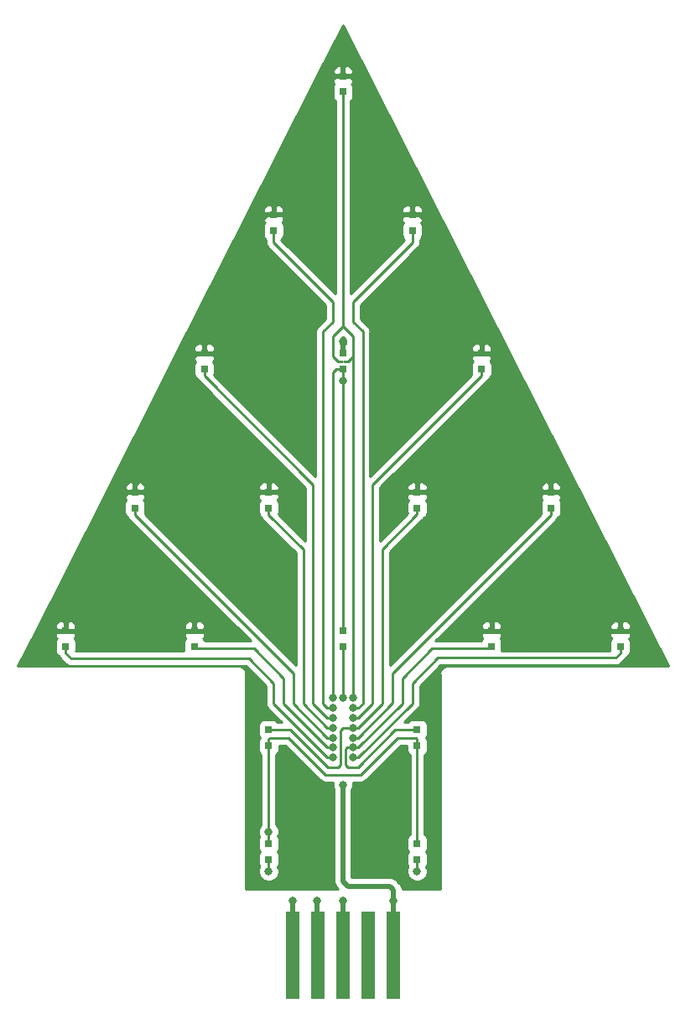
<source format=gtl>
G04 #@! TF.GenerationSoftware,KiCad,Pcbnew,(5.0.2)-1*
G04 #@! TF.CreationDate,2020-04-04T16:43:38+09:00*
G04 #@! TF.ProjectId,Tree,54726565-2e6b-4696-9361-645f70636258,rev?*
G04 #@! TF.SameCoordinates,Original*
G04 #@! TF.FileFunction,Copper,L1,Top*
G04 #@! TF.FilePolarity,Positive*
%FSLAX46Y46*%
G04 Gerber Fmt 4.6, Leading zero omitted, Abs format (unit mm)*
G04 Created by KiCad (PCBNEW (5.0.2)-1) date 2020/04/04 16:43:38*
%MOMM*%
%LPD*%
G01*
G04 APERTURE LIST*
G04 #@! TA.AperFunction,ConnectorPad*
%ADD10R,1.470000X8.890000*%
G04 #@! TD*
G04 #@! TA.AperFunction,SMDPad,CuDef*
%ADD11R,0.800000X0.800000*%
G04 #@! TD*
G04 #@! TA.AperFunction,ViaPad*
%ADD12C,0.800000*%
G04 #@! TD*
G04 #@! TA.AperFunction,Conductor*
%ADD13C,0.500000*%
G04 #@! TD*
G04 #@! TA.AperFunction,Conductor*
%ADD14C,0.250000*%
G04 #@! TD*
G04 #@! TA.AperFunction,Conductor*
%ADD15C,0.254000*%
G04 #@! TD*
G04 APERTURE END LIST*
D10*
G04 #@! TO.P,J1,1*
G04 #@! TO.N,+5V*
X124920000Y-150500000D03*
G04 #@! TO.P,J1,2*
G04 #@! TO.N,SDA*
X127460000Y-150500000D03*
G04 #@! TO.P,J1,3*
G04 #@! TO.N,SCL*
X130000000Y-150500000D03*
G04 #@! TO.P,J1,4*
G04 #@! TO.N,Net-(J1-Pad4)*
X132540000Y-150500000D03*
G04 #@! TO.P,J1,5*
G04 #@! TO.N,GND*
X135080000Y-150500000D03*
G04 #@! TD*
D11*
G04 #@! TO.P,D2,1*
G04 #@! TO.N,Net-(D1-Pad1)*
X145000000Y-117700001D03*
G04 #@! TO.P,D2,2*
G04 #@! TO.N,Net-(D17-Pad2)*
X145000000Y-119299999D03*
G04 #@! TD*
G04 #@! TO.P,D1,2*
G04 #@! TO.N,Net-(D1-Pad2)*
X158000000Y-119300000D03*
G04 #@! TO.P,D1,1*
G04 #@! TO.N,Net-(D1-Pad1)*
X158000000Y-117700000D03*
G04 #@! TD*
G04 #@! TO.P,D3,2*
G04 #@! TO.N,Net-(D18-Pad2)*
X151000000Y-105299999D03*
G04 #@! TO.P,D3,1*
G04 #@! TO.N,Net-(D1-Pad1)*
X151000000Y-103700001D03*
G04 #@! TD*
G04 #@! TO.P,D4,1*
G04 #@! TO.N,Net-(D1-Pad1)*
X137500000Y-103700000D03*
G04 #@! TO.P,D4,2*
G04 #@! TO.N,Net-(D19-Pad2)*
X137500000Y-105300000D03*
G04 #@! TD*
G04 #@! TO.P,D5,2*
G04 #@! TO.N,Net-(D5-Pad2)*
X144000000Y-91300000D03*
G04 #@! TO.P,D5,1*
G04 #@! TO.N,Net-(D1-Pad1)*
X144000000Y-89700000D03*
G04 #@! TD*
G04 #@! TO.P,D8,2*
G04 #@! TO.N,Net-(D8-Pad2)*
X130000000Y-119300000D03*
G04 #@! TO.P,D8,1*
G04 #@! TO.N,Net-(D1-Pad1)*
X130000000Y-117700000D03*
G04 #@! TD*
G04 #@! TO.P,D9,2*
G04 #@! TO.N,Net-(D9-Pad2)*
X130000000Y-91299999D03*
G04 #@! TO.P,D9,1*
G04 #@! TO.N,Net-(D1-Pad1)*
X130000000Y-89700001D03*
G04 #@! TD*
G04 #@! TO.P,D11,1*
G04 #@! TO.N,Net-(D1-Pad1)*
X116000000Y-89700000D03*
G04 #@! TO.P,D11,2*
G04 #@! TO.N,Net-(D11-Pad2)*
X116000000Y-91300000D03*
G04 #@! TD*
G04 #@! TO.P,D6,1*
G04 #@! TO.N,Net-(D1-Pad1)*
X137000000Y-75700000D03*
G04 #@! TO.P,D6,2*
G04 #@! TO.N,Net-(D6-Pad2)*
X137000000Y-77300000D03*
G04 #@! TD*
G04 #@! TO.P,D13,1*
G04 #@! TO.N,Net-(D1-Pad1)*
X109000000Y-103700000D03*
G04 #@! TO.P,D13,2*
G04 #@! TO.N,Net-(D13-Pad2)*
X109000000Y-105300000D03*
G04 #@! TD*
G04 #@! TO.P,D14,1*
G04 #@! TO.N,Net-(D1-Pad1)*
X115000000Y-117700000D03*
G04 #@! TO.P,D14,2*
G04 #@! TO.N,Net-(D14-Pad2)*
X115000000Y-119300000D03*
G04 #@! TD*
G04 #@! TO.P,D15,2*
G04 #@! TO.N,Net-(D15-Pad2)*
X102000000Y-119300000D03*
G04 #@! TO.P,D15,1*
G04 #@! TO.N,Net-(D1-Pad1)*
X102000000Y-117700000D03*
G04 #@! TD*
G04 #@! TO.P,D16,2*
G04 #@! TO.N,Net-(D1-Pad2)*
X137500000Y-140800000D03*
G04 #@! TO.P,D16,1*
G04 #@! TO.N,Net-(D16-Pad1)*
X137500000Y-139200000D03*
G04 #@! TD*
G04 #@! TO.P,D17,2*
G04 #@! TO.N,Net-(D17-Pad2)*
X137500000Y-127700000D03*
G04 #@! TO.P,D17,1*
G04 #@! TO.N,Net-(D16-Pad1)*
X137500000Y-129300000D03*
G04 #@! TD*
G04 #@! TO.P,D18,1*
G04 #@! TO.N,Net-(D16-Pad1)*
X122500000Y-139200000D03*
G04 #@! TO.P,D18,2*
G04 #@! TO.N,Net-(D18-Pad2)*
X122500000Y-140800000D03*
G04 #@! TD*
G04 #@! TO.P,D19,2*
G04 #@! TO.N,Net-(D19-Pad2)*
X122500000Y-127700000D03*
G04 #@! TO.P,D19,1*
G04 #@! TO.N,Net-(D16-Pad1)*
X122500000Y-129300000D03*
G04 #@! TD*
G04 #@! TO.P,D12,1*
G04 #@! TO.N,Net-(D1-Pad1)*
X122500000Y-103700000D03*
G04 #@! TO.P,D12,2*
G04 #@! TO.N,Net-(D12-Pad2)*
X122500000Y-105300000D03*
G04 #@! TD*
G04 #@! TO.P,D7,1*
G04 #@! TO.N,Net-(D1-Pad1)*
X130000000Y-61700000D03*
G04 #@! TO.P,D7,2*
G04 #@! TO.N,Net-(D7-Pad2)*
X130000000Y-63300000D03*
G04 #@! TD*
G04 #@! TO.P,D10,1*
G04 #@! TO.N,Net-(D1-Pad1)*
X123000000Y-75700000D03*
G04 #@! TO.P,D10,2*
G04 #@! TO.N,Net-(D10-Pad2)*
X123000000Y-77300000D03*
G04 #@! TD*
D12*
G04 #@! TO.N,+5V*
X124900000Y-145000000D03*
G04 #@! TO.N,GND*
X135100000Y-145000000D03*
X130000000Y-133250000D03*
G04 #@! TO.N,Net-(D1-Pad1)*
X122500000Y-102500000D03*
X137500000Y-102500000D03*
X130000000Y-92500000D03*
X130000000Y-60500000D03*
X130000000Y-88500000D03*
X125000000Y-120500000D03*
G04 #@! TO.N,Net-(D1-Pad2)*
X131000000Y-130500000D03*
X137500000Y-142000000D03*
G04 #@! TO.N,Net-(D5-Pad2)*
X131000000Y-126500000D03*
G04 #@! TO.N,Net-(D6-Pad2)*
X131000000Y-125500000D03*
G04 #@! TO.N,Net-(D7-Pad2)*
X131000000Y-124500000D03*
G04 #@! TO.N,Net-(D8-Pad2)*
X130000000Y-124500000D03*
G04 #@! TO.N,Net-(D9-Pad2)*
X129000000Y-124500000D03*
G04 #@! TO.N,Net-(D10-Pad2)*
X129000000Y-125500000D03*
G04 #@! TO.N,Net-(D11-Pad2)*
X129000000Y-126500000D03*
G04 #@! TO.N,SCL*
X130000000Y-145000000D03*
G04 #@! TO.N,SDA*
X127400000Y-145000000D03*
G04 #@! TO.N,Net-(D17-Pad2)*
X131000000Y-129500000D03*
G04 #@! TO.N,Net-(D18-Pad2)*
X131000000Y-128500000D03*
X122500000Y-142000000D03*
G04 #@! TO.N,Net-(D19-Pad2)*
X131000000Y-127500000D03*
G04 #@! TO.N,Net-(D12-Pad2)*
X129000000Y-127500000D03*
G04 #@! TO.N,Net-(D13-Pad2)*
X129000000Y-128500000D03*
G04 #@! TO.N,Net-(D14-Pad2)*
X129000000Y-129500000D03*
G04 #@! TO.N,Net-(D15-Pad2)*
X129000000Y-130500000D03*
G04 #@! TO.N,Net-(D16-Pad1)*
X122500000Y-138000000D03*
G04 #@! TD*
D13*
G04 #@! TO.N,+5V*
X124920000Y-150500000D02*
X124920000Y-145020000D01*
X124920000Y-145020000D02*
X124900000Y-145000000D01*
G04 #@! TO.N,GND*
X135080000Y-150500000D02*
X135080000Y-145020000D01*
X135080000Y-145020000D02*
X135100000Y-145000000D01*
X135100000Y-143850000D02*
X135100000Y-145000000D01*
X130000000Y-138000000D02*
X130000000Y-143000000D01*
X130000000Y-138000000D02*
X130000000Y-133250000D01*
X130000000Y-143000000D02*
X130500000Y-143500000D01*
X134750000Y-143500000D02*
X135100000Y-143850000D01*
X130500000Y-143500000D02*
X134750000Y-143500000D01*
D14*
G04 #@! TO.N,Net-(D1-Pad1)*
X122500000Y-102500000D02*
X122500000Y-103700000D01*
X137500000Y-102500000D02*
X137500000Y-103700000D01*
X130000000Y-61700000D02*
X130000000Y-60500000D01*
X130000000Y-89700001D02*
X130000000Y-88500000D01*
X130000000Y-117650000D02*
X130000000Y-91650000D01*
X145650001Y-117700000D02*
X158000000Y-117700000D01*
X145000000Y-117700001D02*
X145650001Y-117700000D01*
X102000000Y-117700000D02*
X115000000Y-117700000D01*
X123800000Y-75700000D02*
X123000000Y-75700000D01*
X127500000Y-72000000D02*
X123800000Y-75700000D01*
X127500000Y-63550000D02*
X127500000Y-72000000D01*
X130000000Y-61700000D02*
X129350000Y-61700000D01*
X129350000Y-61700000D02*
X127500000Y-63550000D01*
X136200000Y-75700000D02*
X137000000Y-75700000D01*
X132500000Y-72000000D02*
X136200000Y-75700000D01*
X132500000Y-63550000D02*
X132500000Y-72000000D01*
X130000000Y-61700000D02*
X130650000Y-61700000D01*
X130650000Y-61700000D02*
X132500000Y-63550000D01*
X122350000Y-75700000D02*
X123000000Y-75700000D01*
X120000000Y-78050000D02*
X122350000Y-75700000D01*
X120000000Y-86500000D02*
X120000000Y-78050000D01*
X116000000Y-89700000D02*
X116800000Y-89700000D01*
X116800000Y-89700000D02*
X120000000Y-86500000D01*
X137650000Y-75700000D02*
X137000000Y-75700000D01*
X140000000Y-78050000D02*
X137650000Y-75700000D01*
X140000000Y-86500000D02*
X140000000Y-78050000D01*
X144000000Y-89700000D02*
X143200000Y-89700000D01*
X143200000Y-89700000D02*
X140000000Y-86500000D01*
X151000000Y-103050001D02*
X146000000Y-98050001D01*
X151000000Y-103700001D02*
X151000000Y-103050001D01*
X144650000Y-89700000D02*
X144000000Y-89700000D01*
X146000000Y-91050000D02*
X144650000Y-89700000D01*
X146000000Y-98050001D02*
X146000000Y-91050000D01*
X109000000Y-103050000D02*
X114000000Y-98050000D01*
X109000000Y-103700000D02*
X109000000Y-103050000D01*
X115350000Y-89700000D02*
X116000000Y-89700000D01*
X114000000Y-91050000D02*
X115350000Y-89700000D01*
X114000000Y-98050000D02*
X114000000Y-91050000D01*
X151650000Y-103700001D02*
X154500000Y-106550001D01*
X151000000Y-103700001D02*
X151650000Y-103700001D01*
X158000000Y-117050000D02*
X158000000Y-117700000D01*
X154500000Y-113550000D02*
X158000000Y-117050000D01*
X154500000Y-106550001D02*
X154500000Y-113550000D01*
X102000000Y-117050000D02*
X102000000Y-117700000D01*
X106000000Y-113050000D02*
X102000000Y-117050000D01*
X106000000Y-106050000D02*
X106000000Y-113050000D01*
X108350000Y-103700000D02*
X106000000Y-106050000D01*
X109000000Y-103700000D02*
X108350000Y-103700000D01*
X141550001Y-102500000D02*
X146000000Y-98050001D01*
X137500000Y-102500000D02*
X141550001Y-102500000D01*
G04 #@! TO.N,Net-(D1-Pad2)*
X137500000Y-140800000D02*
X137500000Y-142000000D01*
X131565685Y-130500000D02*
X131000000Y-130500000D01*
X139550000Y-120450000D02*
X137000000Y-123000000D01*
X137000000Y-123000000D02*
X137000000Y-125065685D01*
X137000000Y-125065685D02*
X131565685Y-130500000D01*
X158000000Y-119300000D02*
X158000000Y-119950000D01*
X157500000Y-120450000D02*
X139550000Y-120450000D01*
X158000000Y-119950000D02*
X157500000Y-120450000D01*
G04 #@! TO.N,Net-(D5-Pad2)*
X133000000Y-121065685D02*
X133000000Y-120500000D01*
X133000000Y-125065685D02*
X133000000Y-121065685D01*
X131565685Y-126500000D02*
X133000000Y-125065685D01*
X131000000Y-126500000D02*
X131565685Y-126500000D01*
X133000000Y-102950000D02*
X133000000Y-106000000D01*
X144000000Y-91950000D02*
X133000000Y-102950000D01*
X144000000Y-91300000D02*
X144000000Y-91950000D01*
X133000000Y-120500000D02*
X133000000Y-106000000D01*
X133000000Y-106000000D02*
X133000000Y-105950000D01*
G04 #@! TO.N,Net-(D6-Pad2)*
X137000000Y-78500000D02*
X137000000Y-77300000D01*
X131565685Y-125500000D02*
X132000000Y-125065685D01*
X131000000Y-125500000D02*
X131565685Y-125500000D01*
X132000000Y-125065685D02*
X132000000Y-87500000D01*
X132000000Y-87500000D02*
X131000000Y-86500000D01*
X131000000Y-86500000D02*
X131000000Y-84500000D01*
X131000000Y-84500000D02*
X137000000Y-78500000D01*
G04 #@! TO.N,Net-(D7-Pad2)*
X131000000Y-88000000D02*
X130000000Y-87000000D01*
X131000000Y-90000000D02*
X130500000Y-90500000D01*
X131000000Y-90000000D02*
X131000000Y-88000000D01*
X130500000Y-90500000D02*
X130250000Y-90500000D01*
X129500000Y-90500000D02*
X129750000Y-90500000D01*
X129000000Y-90000000D02*
X129500000Y-90500000D01*
X130000000Y-87000000D02*
X129000000Y-88000000D01*
X129000000Y-88000000D02*
X129000000Y-90000000D01*
X130250000Y-90500000D02*
X130100000Y-90500000D01*
X129750000Y-90500000D02*
X129900000Y-90500000D01*
X130000000Y-63300000D02*
X130000000Y-87000000D01*
X131000000Y-92000000D02*
X131000000Y-90000000D01*
X131000000Y-124500000D02*
X131000000Y-92000000D01*
G04 #@! TO.N,Net-(D8-Pad2)*
X130000000Y-119300000D02*
X130000000Y-124500000D01*
G04 #@! TO.N,Net-(D9-Pad2)*
X129350000Y-91299999D02*
X130000000Y-91299999D01*
X129000000Y-124500000D02*
X129000000Y-91649999D01*
X129000000Y-91649999D02*
X129350000Y-91299999D01*
G04 #@! TO.N,Net-(D10-Pad2)*
X123000000Y-78500000D02*
X123000000Y-77300000D01*
X128434315Y-125500000D02*
X128000000Y-125065685D01*
X129000000Y-125500000D02*
X128434315Y-125500000D01*
X128000000Y-125065685D02*
X128000000Y-87500000D01*
X128000000Y-87500000D02*
X129000000Y-86500000D01*
X129000000Y-86500000D02*
X129000000Y-84500000D01*
X129000000Y-84500000D02*
X123000000Y-78500000D01*
G04 #@! TO.N,Net-(D11-Pad2)*
X127000000Y-120500000D02*
X127000000Y-105950000D01*
X127000000Y-121065685D02*
X127000000Y-120500000D01*
X127000000Y-125065685D02*
X127000000Y-121065685D01*
X128434315Y-126500000D02*
X127000000Y-125065685D01*
X129000000Y-126500000D02*
X128434315Y-126500000D01*
X127000000Y-102950000D02*
X127000000Y-105950000D01*
X116000000Y-91950000D02*
X127000000Y-102950000D01*
X116000000Y-91300000D02*
X116000000Y-91950000D01*
D13*
G04 #@! TO.N,SCL*
X130000000Y-150500000D02*
X130000000Y-145000000D01*
G04 #@! TO.N,SDA*
X127400000Y-150440000D02*
X127460000Y-150500000D01*
X127400000Y-145000000D02*
X127400000Y-150440000D01*
D14*
G04 #@! TO.N,Net-(D17-Pad2)*
X139000000Y-119500000D02*
X144799999Y-119500000D01*
X144799999Y-119500000D02*
X145000000Y-119299999D01*
X136000000Y-122500000D02*
X139000000Y-119500000D01*
X136000000Y-125065685D02*
X136000000Y-122500000D01*
X131565685Y-129500000D02*
X136000000Y-125065685D01*
X131000000Y-129500000D02*
X131565685Y-129500000D01*
X130500000Y-131500000D02*
X131500000Y-131500000D01*
X130274999Y-131274999D02*
X130500000Y-131500000D01*
X131500000Y-131500000D02*
X135300000Y-127700000D01*
X130274999Y-129659316D02*
X130274999Y-131274999D01*
X130434315Y-129500000D02*
X130274999Y-129659316D01*
X135300000Y-127700000D02*
X137500000Y-127700000D01*
X131000000Y-129500000D02*
X130434315Y-129500000D01*
G04 #@! TO.N,Net-(D18-Pad2)*
X122500000Y-140800000D02*
X122500000Y-142000000D01*
X131000000Y-128500000D02*
X131500000Y-128500000D01*
X131500000Y-128500000D02*
X135000000Y-125000000D01*
X151000000Y-105299999D02*
X151000000Y-106000000D01*
X151000000Y-106000000D02*
X135000000Y-122000000D01*
X135000000Y-125000000D02*
X135000000Y-122000000D01*
G04 #@! TO.N,Net-(D19-Pad2)*
X129725001Y-129000000D02*
X129725001Y-128774999D01*
X129725001Y-129000000D02*
X129725001Y-127774999D01*
X130000000Y-127500000D02*
X131000000Y-127500000D01*
X129725001Y-127774999D02*
X130000000Y-127500000D01*
X131565685Y-127500000D02*
X131000000Y-127500000D01*
X134000000Y-125065685D02*
X131565685Y-127500000D01*
X134000000Y-109450000D02*
X134000000Y-125065685D01*
X137500000Y-105300000D02*
X137500000Y-105950000D01*
X137500000Y-105950000D02*
X134000000Y-109450000D01*
X129500000Y-131500000D02*
X129725001Y-131274999D01*
X128500000Y-131500000D02*
X129500000Y-131500000D01*
X124700000Y-127700000D02*
X128500000Y-131500000D01*
X122500000Y-127700000D02*
X124700000Y-127700000D01*
X129725001Y-131274999D02*
X129725001Y-129000000D01*
G04 #@! TO.N,Net-(D12-Pad2)*
X122500000Y-105300000D02*
X122500000Y-105950000D01*
X128434315Y-127500000D02*
X129000000Y-127500000D01*
X126000000Y-125065685D02*
X128434315Y-127500000D01*
X122500000Y-106000000D02*
X126000000Y-109500000D01*
X126000000Y-109500000D02*
X126000000Y-125065685D01*
G04 #@! TO.N,Net-(D13-Pad2)*
X128434315Y-128500000D02*
X125000000Y-125065685D01*
X129000000Y-128500000D02*
X128434315Y-128500000D01*
X125000000Y-125065685D02*
X125000000Y-122000000D01*
X125000000Y-122000000D02*
X109000000Y-106000000D01*
X109000000Y-106000000D02*
X109000000Y-105300000D01*
G04 #@! TO.N,Net-(D14-Pad2)*
X121000000Y-119500000D02*
X115200000Y-119500000D01*
X115200000Y-119500000D02*
X115000000Y-119300000D01*
X124000000Y-122500000D02*
X121000000Y-119500000D01*
X124000000Y-125065685D02*
X124000000Y-122500000D01*
X128434315Y-129500000D02*
X124000000Y-125065685D01*
X129000000Y-129500000D02*
X128434315Y-129500000D01*
G04 #@! TO.N,Net-(D15-Pad2)*
X128434315Y-130500000D02*
X123000000Y-125065685D01*
X129000000Y-130500000D02*
X128434315Y-130500000D01*
X123000000Y-125065685D02*
X123000000Y-123000000D01*
X123000000Y-123000000D02*
X120500000Y-120500000D01*
X102550000Y-120500000D02*
X102000000Y-119950000D01*
X120500000Y-120500000D02*
X102550000Y-120500000D01*
X102000000Y-119950000D02*
X102000000Y-119300000D01*
G04 #@! TO.N,Net-(D16-Pad1)*
X137500000Y-128650000D02*
X137500000Y-129300000D01*
X137350000Y-128500000D02*
X137500000Y-128650000D01*
X122500000Y-129300000D02*
X122500000Y-128650000D01*
X122500000Y-128650000D02*
X122650000Y-128500000D01*
X122650000Y-128500000D02*
X124500000Y-128500000D01*
X124500000Y-128500000D02*
X128250000Y-132250000D01*
X135500000Y-128500000D02*
X137350000Y-128500000D01*
X131750000Y-132250000D02*
X135500000Y-128500000D01*
X137500000Y-129300000D02*
X137500000Y-139200000D01*
X128250000Y-132250000D02*
X131750000Y-132250000D01*
X122500000Y-129300000D02*
X122500000Y-137250000D01*
X122500000Y-137250000D02*
X122500000Y-138000000D01*
X122500000Y-139200000D02*
X122500000Y-138000000D01*
G04 #@! TD*
D15*
G04 #@! TO.N,Net-(D1-Pad1)*
G36*
X162843513Y-121290000D02*
X140569926Y-121290000D01*
X140500000Y-121276091D01*
X140430075Y-121290000D01*
X140430074Y-121290000D01*
X140222972Y-121331195D01*
X139988119Y-121488119D01*
X139831195Y-121722972D01*
X139776091Y-122000000D01*
X139790001Y-122069931D01*
X139790000Y-143773000D01*
X135987021Y-143773000D01*
X135985000Y-143762839D01*
X135985000Y-143762835D01*
X135933652Y-143504690D01*
X135738049Y-143211951D01*
X135664154Y-143162576D01*
X135437424Y-142935846D01*
X135388049Y-142861951D01*
X135095310Y-142666348D01*
X134837165Y-142615000D01*
X134837161Y-142615000D01*
X134750000Y-142597663D01*
X134662839Y-142615000D01*
X130885000Y-142615000D01*
X130885000Y-133818007D01*
X131035000Y-133455874D01*
X131035000Y-133044126D01*
X131020865Y-133010000D01*
X131675153Y-133010000D01*
X131750000Y-133024888D01*
X131824847Y-133010000D01*
X131824852Y-133010000D01*
X132046537Y-132965904D01*
X132297929Y-132797929D01*
X132340331Y-132734470D01*
X135814802Y-129260000D01*
X136452560Y-129260000D01*
X136452560Y-129700000D01*
X136501843Y-129947765D01*
X136642191Y-130157809D01*
X136740000Y-130223163D01*
X136740001Y-138276836D01*
X136642191Y-138342191D01*
X136501843Y-138552235D01*
X136452560Y-138800000D01*
X136452560Y-139600000D01*
X136501843Y-139847765D01*
X136603564Y-140000000D01*
X136501843Y-140152235D01*
X136452560Y-140400000D01*
X136452560Y-141200000D01*
X136501843Y-141447765D01*
X136567664Y-141546272D01*
X136465000Y-141794126D01*
X136465000Y-142205874D01*
X136622569Y-142586280D01*
X136913720Y-142877431D01*
X137294126Y-143035000D01*
X137705874Y-143035000D01*
X138086280Y-142877431D01*
X138377431Y-142586280D01*
X138535000Y-142205874D01*
X138535000Y-141794126D01*
X138432336Y-141546272D01*
X138498157Y-141447765D01*
X138547440Y-141200000D01*
X138547440Y-140400000D01*
X138498157Y-140152235D01*
X138396436Y-140000000D01*
X138498157Y-139847765D01*
X138547440Y-139600000D01*
X138547440Y-138800000D01*
X138498157Y-138552235D01*
X138357809Y-138342191D01*
X138260000Y-138276837D01*
X138260000Y-130223163D01*
X138357809Y-130157809D01*
X138498157Y-129947765D01*
X138547440Y-129700000D01*
X138547440Y-128900000D01*
X138498157Y-128652235D01*
X138396436Y-128500000D01*
X138498157Y-128347765D01*
X138547440Y-128100000D01*
X138547440Y-127300000D01*
X138498157Y-127052235D01*
X138357809Y-126842191D01*
X138147765Y-126701843D01*
X137900000Y-126652560D01*
X137100000Y-126652560D01*
X136852235Y-126701843D01*
X136642191Y-126842191D01*
X136576837Y-126940000D01*
X136200487Y-126940000D01*
X137484473Y-125656014D01*
X137547929Y-125613614D01*
X137715904Y-125362222D01*
X137760000Y-125140537D01*
X137760000Y-125140532D01*
X137774888Y-125065685D01*
X137760000Y-124990838D01*
X137760000Y-123314801D01*
X139864802Y-121210000D01*
X157425153Y-121210000D01*
X157500000Y-121224888D01*
X157574847Y-121210000D01*
X157574852Y-121210000D01*
X157796537Y-121165904D01*
X158047929Y-120997929D01*
X158090331Y-120934471D01*
X158484472Y-120540329D01*
X158547929Y-120497929D01*
X158596560Y-120425148D01*
X158708553Y-120257539D01*
X158857809Y-120157809D01*
X158998157Y-119947765D01*
X159047440Y-119700000D01*
X159047440Y-118900000D01*
X158998157Y-118652235D01*
X158897073Y-118500953D01*
X158938327Y-118459698D01*
X159035000Y-118226309D01*
X159035000Y-117985750D01*
X158876250Y-117827000D01*
X158127000Y-117827000D01*
X158127000Y-117847000D01*
X157873000Y-117847000D01*
X157873000Y-117827000D01*
X157123750Y-117827000D01*
X156965000Y-117985750D01*
X156965000Y-118226309D01*
X157061673Y-118459698D01*
X157102927Y-118500953D01*
X157001843Y-118652235D01*
X156952560Y-118900000D01*
X156952560Y-119690000D01*
X146047440Y-119690000D01*
X146047440Y-118899999D01*
X145998157Y-118652234D01*
X145897073Y-118500953D01*
X145938327Y-118459699D01*
X146035000Y-118226310D01*
X146035000Y-117985751D01*
X145876250Y-117827001D01*
X145127000Y-117827001D01*
X145127000Y-117847001D01*
X144873000Y-117847001D01*
X144873000Y-117827001D01*
X144123750Y-117827001D01*
X143965000Y-117985751D01*
X143965000Y-118226310D01*
X144061673Y-118459699D01*
X144102927Y-118500953D01*
X144001843Y-118652234D01*
X143984385Y-118740000D01*
X139334801Y-118740000D01*
X140901109Y-117173692D01*
X143965000Y-117173692D01*
X143965000Y-117414251D01*
X144123750Y-117573001D01*
X144873000Y-117573001D01*
X144873000Y-116823751D01*
X145127000Y-116823751D01*
X145127000Y-117573001D01*
X145876250Y-117573001D01*
X146035000Y-117414251D01*
X146035000Y-117173692D01*
X146035000Y-117173691D01*
X156965000Y-117173691D01*
X156965000Y-117414250D01*
X157123750Y-117573000D01*
X157873000Y-117573000D01*
X157873000Y-116823750D01*
X158127000Y-116823750D01*
X158127000Y-117573000D01*
X158876250Y-117573000D01*
X159035000Y-117414250D01*
X159035000Y-117173691D01*
X158938327Y-116940302D01*
X158759699Y-116761673D01*
X158526310Y-116665000D01*
X158285750Y-116665000D01*
X158127000Y-116823750D01*
X157873000Y-116823750D01*
X157714250Y-116665000D01*
X157473690Y-116665000D01*
X157240301Y-116761673D01*
X157061673Y-116940302D01*
X156965000Y-117173691D01*
X146035000Y-117173691D01*
X145938327Y-116940303D01*
X145759699Y-116761674D01*
X145526310Y-116665001D01*
X145285750Y-116665001D01*
X145127000Y-116823751D01*
X144873000Y-116823751D01*
X144714250Y-116665001D01*
X144473690Y-116665001D01*
X144240301Y-116761674D01*
X144061673Y-116940303D01*
X143965000Y-117173692D01*
X140901109Y-117173692D01*
X151484473Y-106590329D01*
X151547929Y-106547929D01*
X151715904Y-106296537D01*
X151725977Y-106245896D01*
X151857809Y-106157808D01*
X151998157Y-105947764D01*
X152047440Y-105699999D01*
X152047440Y-104899999D01*
X151998157Y-104652234D01*
X151897073Y-104500953D01*
X151938327Y-104459699D01*
X152035000Y-104226310D01*
X152035000Y-103985751D01*
X151876250Y-103827001D01*
X151127000Y-103827001D01*
X151127000Y-103847001D01*
X150873000Y-103847001D01*
X150873000Y-103827001D01*
X150123750Y-103827001D01*
X149965000Y-103985751D01*
X149965000Y-104226310D01*
X150061673Y-104459699D01*
X150102927Y-104500953D01*
X150001843Y-104652234D01*
X149952560Y-104899999D01*
X149952560Y-105699999D01*
X149997793Y-105927405D01*
X134760000Y-121165199D01*
X134760000Y-109764801D01*
X137984476Y-106540327D01*
X138047929Y-106497929D01*
X138090327Y-106434476D01*
X138090329Y-106434474D01*
X138208551Y-106257541D01*
X138357809Y-106157809D01*
X138498157Y-105947765D01*
X138547440Y-105700000D01*
X138547440Y-104900000D01*
X138498157Y-104652235D01*
X138397073Y-104500953D01*
X138438327Y-104459698D01*
X138535000Y-104226309D01*
X138535000Y-103985750D01*
X138376250Y-103827000D01*
X137627000Y-103827000D01*
X137627000Y-103847000D01*
X137373000Y-103847000D01*
X137373000Y-103827000D01*
X136623750Y-103827000D01*
X136465000Y-103985750D01*
X136465000Y-104226309D01*
X136561673Y-104459698D01*
X136602927Y-104500953D01*
X136501843Y-104652235D01*
X136452560Y-104900000D01*
X136452560Y-105700000D01*
X136489498Y-105885700D01*
X133760000Y-108615199D01*
X133760000Y-103264801D01*
X133851110Y-103173691D01*
X136465000Y-103173691D01*
X136465000Y-103414250D01*
X136623750Y-103573000D01*
X137373000Y-103573000D01*
X137373000Y-102823750D01*
X137627000Y-102823750D01*
X137627000Y-103573000D01*
X138376250Y-103573000D01*
X138535000Y-103414250D01*
X138535000Y-103173692D01*
X149965000Y-103173692D01*
X149965000Y-103414251D01*
X150123750Y-103573001D01*
X150873000Y-103573001D01*
X150873000Y-102823751D01*
X151127000Y-102823751D01*
X151127000Y-103573001D01*
X151876250Y-103573001D01*
X152035000Y-103414251D01*
X152035000Y-103173692D01*
X151938327Y-102940303D01*
X151759699Y-102761674D01*
X151526310Y-102665001D01*
X151285750Y-102665001D01*
X151127000Y-102823751D01*
X150873000Y-102823751D01*
X150714250Y-102665001D01*
X150473690Y-102665001D01*
X150240301Y-102761674D01*
X150061673Y-102940303D01*
X149965000Y-103173692D01*
X138535000Y-103173692D01*
X138535000Y-103173691D01*
X138438327Y-102940302D01*
X138259699Y-102761673D01*
X138026310Y-102665000D01*
X137785750Y-102665000D01*
X137627000Y-102823750D01*
X137373000Y-102823750D01*
X137214250Y-102665000D01*
X136973690Y-102665000D01*
X136740301Y-102761673D01*
X136561673Y-102940302D01*
X136465000Y-103173691D01*
X133851110Y-103173691D01*
X144484473Y-92540329D01*
X144547929Y-92497929D01*
X144708552Y-92257540D01*
X144857809Y-92157809D01*
X144998157Y-91947765D01*
X145047440Y-91700000D01*
X145047440Y-90900000D01*
X144998157Y-90652235D01*
X144897073Y-90500953D01*
X144938327Y-90459698D01*
X145035000Y-90226309D01*
X145035000Y-89985750D01*
X144876250Y-89827000D01*
X144127000Y-89827000D01*
X144127000Y-89847000D01*
X143873000Y-89847000D01*
X143873000Y-89827000D01*
X143123750Y-89827000D01*
X142965000Y-89985750D01*
X142965000Y-90226309D01*
X143061673Y-90459698D01*
X143102927Y-90500953D01*
X143001843Y-90652235D01*
X142952560Y-90900000D01*
X142952560Y-91700000D01*
X142989498Y-91885700D01*
X132760000Y-102115199D01*
X132760000Y-89173691D01*
X142965000Y-89173691D01*
X142965000Y-89414250D01*
X143123750Y-89573000D01*
X143873000Y-89573000D01*
X143873000Y-88823750D01*
X144127000Y-88823750D01*
X144127000Y-89573000D01*
X144876250Y-89573000D01*
X145035000Y-89414250D01*
X145035000Y-89173691D01*
X144938327Y-88940302D01*
X144759699Y-88761673D01*
X144526310Y-88665000D01*
X144285750Y-88665000D01*
X144127000Y-88823750D01*
X143873000Y-88823750D01*
X143714250Y-88665000D01*
X143473690Y-88665000D01*
X143240301Y-88761673D01*
X143061673Y-88940302D01*
X142965000Y-89173691D01*
X132760000Y-89173691D01*
X132760000Y-87574848D01*
X132774888Y-87500000D01*
X132760000Y-87425152D01*
X132760000Y-87425148D01*
X132715904Y-87203463D01*
X132547929Y-86952071D01*
X132484473Y-86909671D01*
X131760000Y-86185199D01*
X131760000Y-84814801D01*
X137484476Y-79090327D01*
X137547929Y-79047929D01*
X137590327Y-78984476D01*
X137590329Y-78984474D01*
X137715903Y-78796538D01*
X137715904Y-78796537D01*
X137760000Y-78574852D01*
X137760000Y-78574848D01*
X137774888Y-78500001D01*
X137760000Y-78425154D01*
X137760000Y-78223163D01*
X137857809Y-78157809D01*
X137998157Y-77947765D01*
X138047440Y-77700000D01*
X138047440Y-76900000D01*
X137998157Y-76652235D01*
X137897073Y-76500953D01*
X137938327Y-76459698D01*
X138035000Y-76226309D01*
X138035000Y-75985750D01*
X137876250Y-75827000D01*
X137127000Y-75827000D01*
X137127000Y-75847000D01*
X136873000Y-75847000D01*
X136873000Y-75827000D01*
X136123750Y-75827000D01*
X135965000Y-75985750D01*
X135965000Y-76226309D01*
X136061673Y-76459698D01*
X136102927Y-76500953D01*
X136001843Y-76652235D01*
X135952560Y-76900000D01*
X135952560Y-77700000D01*
X136001843Y-77947765D01*
X136142191Y-78157809D01*
X136217241Y-78207956D01*
X130760000Y-83665199D01*
X130760000Y-75173691D01*
X135965000Y-75173691D01*
X135965000Y-75414250D01*
X136123750Y-75573000D01*
X136873000Y-75573000D01*
X136873000Y-74823750D01*
X137127000Y-74823750D01*
X137127000Y-75573000D01*
X137876250Y-75573000D01*
X138035000Y-75414250D01*
X138035000Y-75173691D01*
X137938327Y-74940302D01*
X137759699Y-74761673D01*
X137526310Y-74665000D01*
X137285750Y-74665000D01*
X137127000Y-74823750D01*
X136873000Y-74823750D01*
X136714250Y-74665000D01*
X136473690Y-74665000D01*
X136240301Y-74761673D01*
X136061673Y-74940302D01*
X135965000Y-75173691D01*
X130760000Y-75173691D01*
X130760000Y-64223163D01*
X130857809Y-64157809D01*
X130998157Y-63947765D01*
X131047440Y-63700000D01*
X131047440Y-62900000D01*
X130998157Y-62652235D01*
X130897073Y-62500953D01*
X130938327Y-62459698D01*
X131035000Y-62226309D01*
X131035000Y-61985750D01*
X130876250Y-61827000D01*
X130127000Y-61827000D01*
X130127000Y-61847000D01*
X129873000Y-61847000D01*
X129873000Y-61827000D01*
X129123750Y-61827000D01*
X128965000Y-61985750D01*
X128965000Y-62226309D01*
X129061673Y-62459698D01*
X129102927Y-62500953D01*
X129001843Y-62652235D01*
X128952560Y-62900000D01*
X128952560Y-63700000D01*
X129001843Y-63947765D01*
X129142191Y-64157809D01*
X129240000Y-64223163D01*
X129240001Y-83665198D01*
X123782758Y-78207957D01*
X123857809Y-78157809D01*
X123998157Y-77947765D01*
X124047440Y-77700000D01*
X124047440Y-76900000D01*
X123998157Y-76652235D01*
X123897073Y-76500953D01*
X123938327Y-76459698D01*
X124035000Y-76226309D01*
X124035000Y-75985750D01*
X123876250Y-75827000D01*
X123127000Y-75827000D01*
X123127000Y-75847000D01*
X122873000Y-75847000D01*
X122873000Y-75827000D01*
X122123750Y-75827000D01*
X121965000Y-75985750D01*
X121965000Y-76226309D01*
X122061673Y-76459698D01*
X122102927Y-76500953D01*
X122001843Y-76652235D01*
X121952560Y-76900000D01*
X121952560Y-77700000D01*
X122001843Y-77947765D01*
X122142191Y-78157809D01*
X122240000Y-78223164D01*
X122240000Y-78425153D01*
X122225112Y-78500000D01*
X122240000Y-78574847D01*
X122240000Y-78574851D01*
X122284096Y-78796536D01*
X122452071Y-79047929D01*
X122515530Y-79090331D01*
X128240001Y-84814804D01*
X128240000Y-86185198D01*
X127515528Y-86909671D01*
X127452072Y-86952071D01*
X127409672Y-87015527D01*
X127409671Y-87015528D01*
X127284097Y-87203463D01*
X127225112Y-87500000D01*
X127240001Y-87574852D01*
X127240001Y-102115199D01*
X117010502Y-91885701D01*
X117047440Y-91700000D01*
X117047440Y-90900000D01*
X116998157Y-90652235D01*
X116897073Y-90500953D01*
X116938327Y-90459698D01*
X117035000Y-90226309D01*
X117035000Y-89985750D01*
X116876250Y-89827000D01*
X116127000Y-89827000D01*
X116127000Y-89847000D01*
X115873000Y-89847000D01*
X115873000Y-89827000D01*
X115123750Y-89827000D01*
X114965000Y-89985750D01*
X114965000Y-90226309D01*
X115061673Y-90459698D01*
X115102927Y-90500953D01*
X115001843Y-90652235D01*
X114952560Y-90900000D01*
X114952560Y-91700000D01*
X115001843Y-91947765D01*
X115142191Y-92157809D01*
X115291448Y-92257540D01*
X115452072Y-92497929D01*
X115515528Y-92540329D01*
X126240000Y-103264802D01*
X126240001Y-105875148D01*
X126240001Y-108665198D01*
X123502207Y-105927405D01*
X123547440Y-105700000D01*
X123547440Y-104900000D01*
X123498157Y-104652235D01*
X123397073Y-104500953D01*
X123438327Y-104459698D01*
X123535000Y-104226309D01*
X123535000Y-103985750D01*
X123376250Y-103827000D01*
X122627000Y-103827000D01*
X122627000Y-103847000D01*
X122373000Y-103847000D01*
X122373000Y-103827000D01*
X121623750Y-103827000D01*
X121465000Y-103985750D01*
X121465000Y-104226309D01*
X121561673Y-104459698D01*
X121602927Y-104500953D01*
X121501843Y-104652235D01*
X121452560Y-104900000D01*
X121452560Y-105700000D01*
X121501843Y-105947765D01*
X121642191Y-106157809D01*
X121774024Y-106245898D01*
X121784097Y-106296537D01*
X121909671Y-106484472D01*
X125240000Y-109814803D01*
X125240001Y-121165199D01*
X110002207Y-105927406D01*
X110047440Y-105700000D01*
X110047440Y-104900000D01*
X109998157Y-104652235D01*
X109897073Y-104500953D01*
X109938327Y-104459698D01*
X110035000Y-104226309D01*
X110035000Y-103985750D01*
X109876250Y-103827000D01*
X109127000Y-103827000D01*
X109127000Y-103847000D01*
X108873000Y-103847000D01*
X108873000Y-103827000D01*
X108123750Y-103827000D01*
X107965000Y-103985750D01*
X107965000Y-104226309D01*
X108061673Y-104459698D01*
X108102927Y-104500953D01*
X108001843Y-104652235D01*
X107952560Y-104900000D01*
X107952560Y-105700000D01*
X108001843Y-105947765D01*
X108142191Y-106157809D01*
X108274023Y-106245897D01*
X108284096Y-106296536D01*
X108452071Y-106547929D01*
X108515530Y-106590331D01*
X120665198Y-118740000D01*
X116015614Y-118740000D01*
X115998157Y-118652235D01*
X115897073Y-118500953D01*
X115938327Y-118459698D01*
X116035000Y-118226309D01*
X116035000Y-117985750D01*
X115876250Y-117827000D01*
X115127000Y-117827000D01*
X115127000Y-117847000D01*
X114873000Y-117847000D01*
X114873000Y-117827000D01*
X114123750Y-117827000D01*
X113965000Y-117985750D01*
X113965000Y-118226309D01*
X114061673Y-118459698D01*
X114102927Y-118500953D01*
X114001843Y-118652235D01*
X113952560Y-118900000D01*
X113952560Y-119700000D01*
X113960516Y-119740000D01*
X103039484Y-119740000D01*
X103047440Y-119700000D01*
X103047440Y-118900000D01*
X102998157Y-118652235D01*
X102897073Y-118500953D01*
X102938327Y-118459698D01*
X103035000Y-118226309D01*
X103035000Y-117985750D01*
X102876250Y-117827000D01*
X102127000Y-117827000D01*
X102127000Y-117847000D01*
X101873000Y-117847000D01*
X101873000Y-117827000D01*
X101123750Y-117827000D01*
X100965000Y-117985750D01*
X100965000Y-118226309D01*
X101061673Y-118459698D01*
X101102927Y-118500953D01*
X101001843Y-118652235D01*
X100952560Y-118900000D01*
X100952560Y-119700000D01*
X101001843Y-119947765D01*
X101142191Y-120157809D01*
X101291449Y-120257541D01*
X101452071Y-120497929D01*
X101515529Y-120540330D01*
X101959672Y-120984475D01*
X102002071Y-121047929D01*
X102065524Y-121090327D01*
X102065526Y-121090329D01*
X102140667Y-121140536D01*
X102253463Y-121215904D01*
X102475148Y-121260000D01*
X102475152Y-121260000D01*
X102549999Y-121274888D01*
X102624846Y-121260000D01*
X120185199Y-121260000D01*
X122240001Y-123314803D01*
X122240000Y-124990838D01*
X122225112Y-125065685D01*
X122240000Y-125140532D01*
X122240000Y-125140536D01*
X122284096Y-125362221D01*
X122452071Y-125613614D01*
X122515530Y-125656016D01*
X123799514Y-126940000D01*
X123423163Y-126940000D01*
X123357809Y-126842191D01*
X123147765Y-126701843D01*
X122900000Y-126652560D01*
X122100000Y-126652560D01*
X121852235Y-126701843D01*
X121642191Y-126842191D01*
X121501843Y-127052235D01*
X121452560Y-127300000D01*
X121452560Y-128100000D01*
X121501843Y-128347765D01*
X121603564Y-128500000D01*
X121501843Y-128652235D01*
X121452560Y-128900000D01*
X121452560Y-129700000D01*
X121501843Y-129947765D01*
X121642191Y-130157809D01*
X121740000Y-130223163D01*
X121740001Y-137175144D01*
X121740000Y-137175149D01*
X121740000Y-137296289D01*
X121622569Y-137413720D01*
X121465000Y-137794126D01*
X121465000Y-138205874D01*
X121567664Y-138453728D01*
X121501843Y-138552235D01*
X121452560Y-138800000D01*
X121452560Y-139600000D01*
X121501843Y-139847765D01*
X121603564Y-140000000D01*
X121501843Y-140152235D01*
X121452560Y-140400000D01*
X121452560Y-141200000D01*
X121501843Y-141447765D01*
X121567664Y-141546272D01*
X121465000Y-141794126D01*
X121465000Y-142205874D01*
X121622569Y-142586280D01*
X121913720Y-142877431D01*
X122294126Y-143035000D01*
X122705874Y-143035000D01*
X123086280Y-142877431D01*
X123377431Y-142586280D01*
X123535000Y-142205874D01*
X123535000Y-141794126D01*
X123432336Y-141546272D01*
X123498157Y-141447765D01*
X123547440Y-141200000D01*
X123547440Y-140400000D01*
X123498157Y-140152235D01*
X123396436Y-140000000D01*
X123498157Y-139847765D01*
X123547440Y-139600000D01*
X123547440Y-138800000D01*
X123498157Y-138552235D01*
X123432336Y-138453728D01*
X123535000Y-138205874D01*
X123535000Y-137794126D01*
X123377431Y-137413720D01*
X123260000Y-137296289D01*
X123260000Y-130223163D01*
X123357809Y-130157809D01*
X123498157Y-129947765D01*
X123547440Y-129700000D01*
X123547440Y-129260000D01*
X124185199Y-129260000D01*
X127659671Y-132734473D01*
X127702071Y-132797929D01*
X127953463Y-132965904D01*
X128175148Y-133010000D01*
X128175153Y-133010000D01*
X128250000Y-133024888D01*
X128324847Y-133010000D01*
X128979135Y-133010000D01*
X128965000Y-133044126D01*
X128965000Y-133455874D01*
X129115001Y-133818009D01*
X129115000Y-137912835D01*
X129115000Y-137912836D01*
X129115001Y-142912835D01*
X129097663Y-143000000D01*
X129166348Y-143345309D01*
X129312576Y-143564154D01*
X129312578Y-143564156D01*
X129361952Y-143638049D01*
X129435845Y-143687423D01*
X129521422Y-143773000D01*
X120210000Y-143773000D01*
X120210000Y-122069926D01*
X120223909Y-122000000D01*
X120168805Y-121722972D01*
X120011881Y-121488119D01*
X119777028Y-121331195D01*
X119569926Y-121290000D01*
X119500000Y-121276091D01*
X119430075Y-121290000D01*
X97156486Y-121290000D01*
X99245359Y-117173691D01*
X100965000Y-117173691D01*
X100965000Y-117414250D01*
X101123750Y-117573000D01*
X101873000Y-117573000D01*
X101873000Y-116823750D01*
X102127000Y-116823750D01*
X102127000Y-117573000D01*
X102876250Y-117573000D01*
X103035000Y-117414250D01*
X103035000Y-117173691D01*
X113965000Y-117173691D01*
X113965000Y-117414250D01*
X114123750Y-117573000D01*
X114873000Y-117573000D01*
X114873000Y-116823750D01*
X115127000Y-116823750D01*
X115127000Y-117573000D01*
X115876250Y-117573000D01*
X116035000Y-117414250D01*
X116035000Y-117173691D01*
X115938327Y-116940302D01*
X115759699Y-116761673D01*
X115526310Y-116665000D01*
X115285750Y-116665000D01*
X115127000Y-116823750D01*
X114873000Y-116823750D01*
X114714250Y-116665000D01*
X114473690Y-116665000D01*
X114240301Y-116761673D01*
X114061673Y-116940302D01*
X113965000Y-117173691D01*
X103035000Y-117173691D01*
X102938327Y-116940302D01*
X102759699Y-116761673D01*
X102526310Y-116665000D01*
X102285750Y-116665000D01*
X102127000Y-116823750D01*
X101873000Y-116823750D01*
X101714250Y-116665000D01*
X101473690Y-116665000D01*
X101240301Y-116761673D01*
X101061673Y-116940302D01*
X100965000Y-117173691D01*
X99245359Y-117173691D01*
X106349836Y-103173691D01*
X107965000Y-103173691D01*
X107965000Y-103414250D01*
X108123750Y-103573000D01*
X108873000Y-103573000D01*
X108873000Y-102823750D01*
X109127000Y-102823750D01*
X109127000Y-103573000D01*
X109876250Y-103573000D01*
X110035000Y-103414250D01*
X110035000Y-103173691D01*
X121465000Y-103173691D01*
X121465000Y-103414250D01*
X121623750Y-103573000D01*
X122373000Y-103573000D01*
X122373000Y-102823750D01*
X122627000Y-102823750D01*
X122627000Y-103573000D01*
X123376250Y-103573000D01*
X123535000Y-103414250D01*
X123535000Y-103173691D01*
X123438327Y-102940302D01*
X123259699Y-102761673D01*
X123026310Y-102665000D01*
X122785750Y-102665000D01*
X122627000Y-102823750D01*
X122373000Y-102823750D01*
X122214250Y-102665000D01*
X121973690Y-102665000D01*
X121740301Y-102761673D01*
X121561673Y-102940302D01*
X121465000Y-103173691D01*
X110035000Y-103173691D01*
X109938327Y-102940302D01*
X109759699Y-102761673D01*
X109526310Y-102665000D01*
X109285750Y-102665000D01*
X109127000Y-102823750D01*
X108873000Y-102823750D01*
X108714250Y-102665000D01*
X108473690Y-102665000D01*
X108240301Y-102761673D01*
X108061673Y-102940302D01*
X107965000Y-103173691D01*
X106349836Y-103173691D01*
X113454313Y-89173691D01*
X114965000Y-89173691D01*
X114965000Y-89414250D01*
X115123750Y-89573000D01*
X115873000Y-89573000D01*
X115873000Y-88823750D01*
X116127000Y-88823750D01*
X116127000Y-89573000D01*
X116876250Y-89573000D01*
X117035000Y-89414250D01*
X117035000Y-89173691D01*
X116938327Y-88940302D01*
X116759699Y-88761673D01*
X116526310Y-88665000D01*
X116285750Y-88665000D01*
X116127000Y-88823750D01*
X115873000Y-88823750D01*
X115714250Y-88665000D01*
X115473690Y-88665000D01*
X115240301Y-88761673D01*
X115061673Y-88940302D01*
X114965000Y-89173691D01*
X113454313Y-89173691D01*
X120558791Y-75173691D01*
X121965000Y-75173691D01*
X121965000Y-75414250D01*
X122123750Y-75573000D01*
X122873000Y-75573000D01*
X122873000Y-74823750D01*
X123127000Y-74823750D01*
X123127000Y-75573000D01*
X123876250Y-75573000D01*
X124035000Y-75414250D01*
X124035000Y-75173691D01*
X123938327Y-74940302D01*
X123759699Y-74761673D01*
X123526310Y-74665000D01*
X123285750Y-74665000D01*
X123127000Y-74823750D01*
X122873000Y-74823750D01*
X122714250Y-74665000D01*
X122473690Y-74665000D01*
X122240301Y-74761673D01*
X122061673Y-74940302D01*
X121965000Y-75173691D01*
X120558791Y-75173691D01*
X127663269Y-61173691D01*
X128965000Y-61173691D01*
X128965000Y-61414250D01*
X129123750Y-61573000D01*
X129873000Y-61573000D01*
X129873000Y-60823750D01*
X130127000Y-60823750D01*
X130127000Y-61573000D01*
X130876250Y-61573000D01*
X131035000Y-61414250D01*
X131035000Y-61173691D01*
X130938327Y-60940302D01*
X130759699Y-60761673D01*
X130526310Y-60665000D01*
X130285750Y-60665000D01*
X130127000Y-60823750D01*
X129873000Y-60823750D01*
X129714250Y-60665000D01*
X129473690Y-60665000D01*
X129240301Y-60761673D01*
X129061673Y-60940302D01*
X128965000Y-61173691D01*
X127663269Y-61173691D01*
X130000000Y-56568957D01*
X162843513Y-121290000D01*
X162843513Y-121290000D01*
G37*
X162843513Y-121290000D02*
X140569926Y-121290000D01*
X140500000Y-121276091D01*
X140430075Y-121290000D01*
X140430074Y-121290000D01*
X140222972Y-121331195D01*
X139988119Y-121488119D01*
X139831195Y-121722972D01*
X139776091Y-122000000D01*
X139790001Y-122069931D01*
X139790000Y-143773000D01*
X135987021Y-143773000D01*
X135985000Y-143762839D01*
X135985000Y-143762835D01*
X135933652Y-143504690D01*
X135738049Y-143211951D01*
X135664154Y-143162576D01*
X135437424Y-142935846D01*
X135388049Y-142861951D01*
X135095310Y-142666348D01*
X134837165Y-142615000D01*
X134837161Y-142615000D01*
X134750000Y-142597663D01*
X134662839Y-142615000D01*
X130885000Y-142615000D01*
X130885000Y-133818007D01*
X131035000Y-133455874D01*
X131035000Y-133044126D01*
X131020865Y-133010000D01*
X131675153Y-133010000D01*
X131750000Y-133024888D01*
X131824847Y-133010000D01*
X131824852Y-133010000D01*
X132046537Y-132965904D01*
X132297929Y-132797929D01*
X132340331Y-132734470D01*
X135814802Y-129260000D01*
X136452560Y-129260000D01*
X136452560Y-129700000D01*
X136501843Y-129947765D01*
X136642191Y-130157809D01*
X136740000Y-130223163D01*
X136740001Y-138276836D01*
X136642191Y-138342191D01*
X136501843Y-138552235D01*
X136452560Y-138800000D01*
X136452560Y-139600000D01*
X136501843Y-139847765D01*
X136603564Y-140000000D01*
X136501843Y-140152235D01*
X136452560Y-140400000D01*
X136452560Y-141200000D01*
X136501843Y-141447765D01*
X136567664Y-141546272D01*
X136465000Y-141794126D01*
X136465000Y-142205874D01*
X136622569Y-142586280D01*
X136913720Y-142877431D01*
X137294126Y-143035000D01*
X137705874Y-143035000D01*
X138086280Y-142877431D01*
X138377431Y-142586280D01*
X138535000Y-142205874D01*
X138535000Y-141794126D01*
X138432336Y-141546272D01*
X138498157Y-141447765D01*
X138547440Y-141200000D01*
X138547440Y-140400000D01*
X138498157Y-140152235D01*
X138396436Y-140000000D01*
X138498157Y-139847765D01*
X138547440Y-139600000D01*
X138547440Y-138800000D01*
X138498157Y-138552235D01*
X138357809Y-138342191D01*
X138260000Y-138276837D01*
X138260000Y-130223163D01*
X138357809Y-130157809D01*
X138498157Y-129947765D01*
X138547440Y-129700000D01*
X138547440Y-128900000D01*
X138498157Y-128652235D01*
X138396436Y-128500000D01*
X138498157Y-128347765D01*
X138547440Y-128100000D01*
X138547440Y-127300000D01*
X138498157Y-127052235D01*
X138357809Y-126842191D01*
X138147765Y-126701843D01*
X137900000Y-126652560D01*
X137100000Y-126652560D01*
X136852235Y-126701843D01*
X136642191Y-126842191D01*
X136576837Y-126940000D01*
X136200487Y-126940000D01*
X137484473Y-125656014D01*
X137547929Y-125613614D01*
X137715904Y-125362222D01*
X137760000Y-125140537D01*
X137760000Y-125140532D01*
X137774888Y-125065685D01*
X137760000Y-124990838D01*
X137760000Y-123314801D01*
X139864802Y-121210000D01*
X157425153Y-121210000D01*
X157500000Y-121224888D01*
X157574847Y-121210000D01*
X157574852Y-121210000D01*
X157796537Y-121165904D01*
X158047929Y-120997929D01*
X158090331Y-120934471D01*
X158484472Y-120540329D01*
X158547929Y-120497929D01*
X158596560Y-120425148D01*
X158708553Y-120257539D01*
X158857809Y-120157809D01*
X158998157Y-119947765D01*
X159047440Y-119700000D01*
X159047440Y-118900000D01*
X158998157Y-118652235D01*
X158897073Y-118500953D01*
X158938327Y-118459698D01*
X159035000Y-118226309D01*
X159035000Y-117985750D01*
X158876250Y-117827000D01*
X158127000Y-117827000D01*
X158127000Y-117847000D01*
X157873000Y-117847000D01*
X157873000Y-117827000D01*
X157123750Y-117827000D01*
X156965000Y-117985750D01*
X156965000Y-118226309D01*
X157061673Y-118459698D01*
X157102927Y-118500953D01*
X157001843Y-118652235D01*
X156952560Y-118900000D01*
X156952560Y-119690000D01*
X146047440Y-119690000D01*
X146047440Y-118899999D01*
X145998157Y-118652234D01*
X145897073Y-118500953D01*
X145938327Y-118459699D01*
X146035000Y-118226310D01*
X146035000Y-117985751D01*
X145876250Y-117827001D01*
X145127000Y-117827001D01*
X145127000Y-117847001D01*
X144873000Y-117847001D01*
X144873000Y-117827001D01*
X144123750Y-117827001D01*
X143965000Y-117985751D01*
X143965000Y-118226310D01*
X144061673Y-118459699D01*
X144102927Y-118500953D01*
X144001843Y-118652234D01*
X143984385Y-118740000D01*
X139334801Y-118740000D01*
X140901109Y-117173692D01*
X143965000Y-117173692D01*
X143965000Y-117414251D01*
X144123750Y-117573001D01*
X144873000Y-117573001D01*
X144873000Y-116823751D01*
X145127000Y-116823751D01*
X145127000Y-117573001D01*
X145876250Y-117573001D01*
X146035000Y-117414251D01*
X146035000Y-117173692D01*
X146035000Y-117173691D01*
X156965000Y-117173691D01*
X156965000Y-117414250D01*
X157123750Y-117573000D01*
X157873000Y-117573000D01*
X157873000Y-116823750D01*
X158127000Y-116823750D01*
X158127000Y-117573000D01*
X158876250Y-117573000D01*
X159035000Y-117414250D01*
X159035000Y-117173691D01*
X158938327Y-116940302D01*
X158759699Y-116761673D01*
X158526310Y-116665000D01*
X158285750Y-116665000D01*
X158127000Y-116823750D01*
X157873000Y-116823750D01*
X157714250Y-116665000D01*
X157473690Y-116665000D01*
X157240301Y-116761673D01*
X157061673Y-116940302D01*
X156965000Y-117173691D01*
X146035000Y-117173691D01*
X145938327Y-116940303D01*
X145759699Y-116761674D01*
X145526310Y-116665001D01*
X145285750Y-116665001D01*
X145127000Y-116823751D01*
X144873000Y-116823751D01*
X144714250Y-116665001D01*
X144473690Y-116665001D01*
X144240301Y-116761674D01*
X144061673Y-116940303D01*
X143965000Y-117173692D01*
X140901109Y-117173692D01*
X151484473Y-106590329D01*
X151547929Y-106547929D01*
X151715904Y-106296537D01*
X151725977Y-106245896D01*
X151857809Y-106157808D01*
X151998157Y-105947764D01*
X152047440Y-105699999D01*
X152047440Y-104899999D01*
X151998157Y-104652234D01*
X151897073Y-104500953D01*
X151938327Y-104459699D01*
X152035000Y-104226310D01*
X152035000Y-103985751D01*
X151876250Y-103827001D01*
X151127000Y-103827001D01*
X151127000Y-103847001D01*
X150873000Y-103847001D01*
X150873000Y-103827001D01*
X150123750Y-103827001D01*
X149965000Y-103985751D01*
X149965000Y-104226310D01*
X150061673Y-104459699D01*
X150102927Y-104500953D01*
X150001843Y-104652234D01*
X149952560Y-104899999D01*
X149952560Y-105699999D01*
X149997793Y-105927405D01*
X134760000Y-121165199D01*
X134760000Y-109764801D01*
X137984476Y-106540327D01*
X138047929Y-106497929D01*
X138090327Y-106434476D01*
X138090329Y-106434474D01*
X138208551Y-106257541D01*
X138357809Y-106157809D01*
X138498157Y-105947765D01*
X138547440Y-105700000D01*
X138547440Y-104900000D01*
X138498157Y-104652235D01*
X138397073Y-104500953D01*
X138438327Y-104459698D01*
X138535000Y-104226309D01*
X138535000Y-103985750D01*
X138376250Y-103827000D01*
X137627000Y-103827000D01*
X137627000Y-103847000D01*
X137373000Y-103847000D01*
X137373000Y-103827000D01*
X136623750Y-103827000D01*
X136465000Y-103985750D01*
X136465000Y-104226309D01*
X136561673Y-104459698D01*
X136602927Y-104500953D01*
X136501843Y-104652235D01*
X136452560Y-104900000D01*
X136452560Y-105700000D01*
X136489498Y-105885700D01*
X133760000Y-108615199D01*
X133760000Y-103264801D01*
X133851110Y-103173691D01*
X136465000Y-103173691D01*
X136465000Y-103414250D01*
X136623750Y-103573000D01*
X137373000Y-103573000D01*
X137373000Y-102823750D01*
X137627000Y-102823750D01*
X137627000Y-103573000D01*
X138376250Y-103573000D01*
X138535000Y-103414250D01*
X138535000Y-103173692D01*
X149965000Y-103173692D01*
X149965000Y-103414251D01*
X150123750Y-103573001D01*
X150873000Y-103573001D01*
X150873000Y-102823751D01*
X151127000Y-102823751D01*
X151127000Y-103573001D01*
X151876250Y-103573001D01*
X152035000Y-103414251D01*
X152035000Y-103173692D01*
X151938327Y-102940303D01*
X151759699Y-102761674D01*
X151526310Y-102665001D01*
X151285750Y-102665001D01*
X151127000Y-102823751D01*
X150873000Y-102823751D01*
X150714250Y-102665001D01*
X150473690Y-102665001D01*
X150240301Y-102761674D01*
X150061673Y-102940303D01*
X149965000Y-103173692D01*
X138535000Y-103173692D01*
X138535000Y-103173691D01*
X138438327Y-102940302D01*
X138259699Y-102761673D01*
X138026310Y-102665000D01*
X137785750Y-102665000D01*
X137627000Y-102823750D01*
X137373000Y-102823750D01*
X137214250Y-102665000D01*
X136973690Y-102665000D01*
X136740301Y-102761673D01*
X136561673Y-102940302D01*
X136465000Y-103173691D01*
X133851110Y-103173691D01*
X144484473Y-92540329D01*
X144547929Y-92497929D01*
X144708552Y-92257540D01*
X144857809Y-92157809D01*
X144998157Y-91947765D01*
X145047440Y-91700000D01*
X145047440Y-90900000D01*
X144998157Y-90652235D01*
X144897073Y-90500953D01*
X144938327Y-90459698D01*
X145035000Y-90226309D01*
X145035000Y-89985750D01*
X144876250Y-89827000D01*
X144127000Y-89827000D01*
X144127000Y-89847000D01*
X143873000Y-89847000D01*
X143873000Y-89827000D01*
X143123750Y-89827000D01*
X142965000Y-89985750D01*
X142965000Y-90226309D01*
X143061673Y-90459698D01*
X143102927Y-90500953D01*
X143001843Y-90652235D01*
X142952560Y-90900000D01*
X142952560Y-91700000D01*
X142989498Y-91885700D01*
X132760000Y-102115199D01*
X132760000Y-89173691D01*
X142965000Y-89173691D01*
X142965000Y-89414250D01*
X143123750Y-89573000D01*
X143873000Y-89573000D01*
X143873000Y-88823750D01*
X144127000Y-88823750D01*
X144127000Y-89573000D01*
X144876250Y-89573000D01*
X145035000Y-89414250D01*
X145035000Y-89173691D01*
X144938327Y-88940302D01*
X144759699Y-88761673D01*
X144526310Y-88665000D01*
X144285750Y-88665000D01*
X144127000Y-88823750D01*
X143873000Y-88823750D01*
X143714250Y-88665000D01*
X143473690Y-88665000D01*
X143240301Y-88761673D01*
X143061673Y-88940302D01*
X142965000Y-89173691D01*
X132760000Y-89173691D01*
X132760000Y-87574848D01*
X132774888Y-87500000D01*
X132760000Y-87425152D01*
X132760000Y-87425148D01*
X132715904Y-87203463D01*
X132547929Y-86952071D01*
X132484473Y-86909671D01*
X131760000Y-86185199D01*
X131760000Y-84814801D01*
X137484476Y-79090327D01*
X137547929Y-79047929D01*
X137590327Y-78984476D01*
X137590329Y-78984474D01*
X137715903Y-78796538D01*
X137715904Y-78796537D01*
X137760000Y-78574852D01*
X137760000Y-78574848D01*
X137774888Y-78500001D01*
X137760000Y-78425154D01*
X137760000Y-78223163D01*
X137857809Y-78157809D01*
X137998157Y-77947765D01*
X138047440Y-77700000D01*
X138047440Y-76900000D01*
X137998157Y-76652235D01*
X137897073Y-76500953D01*
X137938327Y-76459698D01*
X138035000Y-76226309D01*
X138035000Y-75985750D01*
X137876250Y-75827000D01*
X137127000Y-75827000D01*
X137127000Y-75847000D01*
X136873000Y-75847000D01*
X136873000Y-75827000D01*
X136123750Y-75827000D01*
X135965000Y-75985750D01*
X135965000Y-76226309D01*
X136061673Y-76459698D01*
X136102927Y-76500953D01*
X136001843Y-76652235D01*
X135952560Y-76900000D01*
X135952560Y-77700000D01*
X136001843Y-77947765D01*
X136142191Y-78157809D01*
X136217241Y-78207956D01*
X130760000Y-83665199D01*
X130760000Y-75173691D01*
X135965000Y-75173691D01*
X135965000Y-75414250D01*
X136123750Y-75573000D01*
X136873000Y-75573000D01*
X136873000Y-74823750D01*
X137127000Y-74823750D01*
X137127000Y-75573000D01*
X137876250Y-75573000D01*
X138035000Y-75414250D01*
X138035000Y-75173691D01*
X137938327Y-74940302D01*
X137759699Y-74761673D01*
X137526310Y-74665000D01*
X137285750Y-74665000D01*
X137127000Y-74823750D01*
X136873000Y-74823750D01*
X136714250Y-74665000D01*
X136473690Y-74665000D01*
X136240301Y-74761673D01*
X136061673Y-74940302D01*
X135965000Y-75173691D01*
X130760000Y-75173691D01*
X130760000Y-64223163D01*
X130857809Y-64157809D01*
X130998157Y-63947765D01*
X131047440Y-63700000D01*
X131047440Y-62900000D01*
X130998157Y-62652235D01*
X130897073Y-62500953D01*
X130938327Y-62459698D01*
X131035000Y-62226309D01*
X131035000Y-61985750D01*
X130876250Y-61827000D01*
X130127000Y-61827000D01*
X130127000Y-61847000D01*
X129873000Y-61847000D01*
X129873000Y-61827000D01*
X129123750Y-61827000D01*
X128965000Y-61985750D01*
X128965000Y-62226309D01*
X129061673Y-62459698D01*
X129102927Y-62500953D01*
X129001843Y-62652235D01*
X128952560Y-62900000D01*
X128952560Y-63700000D01*
X129001843Y-63947765D01*
X129142191Y-64157809D01*
X129240000Y-64223163D01*
X129240001Y-83665198D01*
X123782758Y-78207957D01*
X123857809Y-78157809D01*
X123998157Y-77947765D01*
X124047440Y-77700000D01*
X124047440Y-76900000D01*
X123998157Y-76652235D01*
X123897073Y-76500953D01*
X123938327Y-76459698D01*
X124035000Y-76226309D01*
X124035000Y-75985750D01*
X123876250Y-75827000D01*
X123127000Y-75827000D01*
X123127000Y-75847000D01*
X122873000Y-75847000D01*
X122873000Y-75827000D01*
X122123750Y-75827000D01*
X121965000Y-75985750D01*
X121965000Y-76226309D01*
X122061673Y-76459698D01*
X122102927Y-76500953D01*
X122001843Y-76652235D01*
X121952560Y-76900000D01*
X121952560Y-77700000D01*
X122001843Y-77947765D01*
X122142191Y-78157809D01*
X122240000Y-78223164D01*
X122240000Y-78425153D01*
X122225112Y-78500000D01*
X122240000Y-78574847D01*
X122240000Y-78574851D01*
X122284096Y-78796536D01*
X122452071Y-79047929D01*
X122515530Y-79090331D01*
X128240001Y-84814804D01*
X128240000Y-86185198D01*
X127515528Y-86909671D01*
X127452072Y-86952071D01*
X127409672Y-87015527D01*
X127409671Y-87015528D01*
X127284097Y-87203463D01*
X127225112Y-87500000D01*
X127240001Y-87574852D01*
X127240001Y-102115199D01*
X117010502Y-91885701D01*
X117047440Y-91700000D01*
X117047440Y-90900000D01*
X116998157Y-90652235D01*
X116897073Y-90500953D01*
X116938327Y-90459698D01*
X117035000Y-90226309D01*
X117035000Y-89985750D01*
X116876250Y-89827000D01*
X116127000Y-89827000D01*
X116127000Y-89847000D01*
X115873000Y-89847000D01*
X115873000Y-89827000D01*
X115123750Y-89827000D01*
X114965000Y-89985750D01*
X114965000Y-90226309D01*
X115061673Y-90459698D01*
X115102927Y-90500953D01*
X115001843Y-90652235D01*
X114952560Y-90900000D01*
X114952560Y-91700000D01*
X115001843Y-91947765D01*
X115142191Y-92157809D01*
X115291448Y-92257540D01*
X115452072Y-92497929D01*
X115515528Y-92540329D01*
X126240000Y-103264802D01*
X126240001Y-105875148D01*
X126240001Y-108665198D01*
X123502207Y-105927405D01*
X123547440Y-105700000D01*
X123547440Y-104900000D01*
X123498157Y-104652235D01*
X123397073Y-104500953D01*
X123438327Y-104459698D01*
X123535000Y-104226309D01*
X123535000Y-103985750D01*
X123376250Y-103827000D01*
X122627000Y-103827000D01*
X122627000Y-103847000D01*
X122373000Y-103847000D01*
X122373000Y-103827000D01*
X121623750Y-103827000D01*
X121465000Y-103985750D01*
X121465000Y-104226309D01*
X121561673Y-104459698D01*
X121602927Y-104500953D01*
X121501843Y-104652235D01*
X121452560Y-104900000D01*
X121452560Y-105700000D01*
X121501843Y-105947765D01*
X121642191Y-106157809D01*
X121774024Y-106245898D01*
X121784097Y-106296537D01*
X121909671Y-106484472D01*
X125240000Y-109814803D01*
X125240001Y-121165199D01*
X110002207Y-105927406D01*
X110047440Y-105700000D01*
X110047440Y-104900000D01*
X109998157Y-104652235D01*
X109897073Y-104500953D01*
X109938327Y-104459698D01*
X110035000Y-104226309D01*
X110035000Y-103985750D01*
X109876250Y-103827000D01*
X109127000Y-103827000D01*
X109127000Y-103847000D01*
X108873000Y-103847000D01*
X108873000Y-103827000D01*
X108123750Y-103827000D01*
X107965000Y-103985750D01*
X107965000Y-104226309D01*
X108061673Y-104459698D01*
X108102927Y-104500953D01*
X108001843Y-104652235D01*
X107952560Y-104900000D01*
X107952560Y-105700000D01*
X108001843Y-105947765D01*
X108142191Y-106157809D01*
X108274023Y-106245897D01*
X108284096Y-106296536D01*
X108452071Y-106547929D01*
X108515530Y-106590331D01*
X120665198Y-118740000D01*
X116015614Y-118740000D01*
X115998157Y-118652235D01*
X115897073Y-118500953D01*
X115938327Y-118459698D01*
X116035000Y-118226309D01*
X116035000Y-117985750D01*
X115876250Y-117827000D01*
X115127000Y-117827000D01*
X115127000Y-117847000D01*
X114873000Y-117847000D01*
X114873000Y-117827000D01*
X114123750Y-117827000D01*
X113965000Y-117985750D01*
X113965000Y-118226309D01*
X114061673Y-118459698D01*
X114102927Y-118500953D01*
X114001843Y-118652235D01*
X113952560Y-118900000D01*
X113952560Y-119700000D01*
X113960516Y-119740000D01*
X103039484Y-119740000D01*
X103047440Y-119700000D01*
X103047440Y-118900000D01*
X102998157Y-118652235D01*
X102897073Y-118500953D01*
X102938327Y-118459698D01*
X103035000Y-118226309D01*
X103035000Y-117985750D01*
X102876250Y-117827000D01*
X102127000Y-117827000D01*
X102127000Y-117847000D01*
X101873000Y-117847000D01*
X101873000Y-117827000D01*
X101123750Y-117827000D01*
X100965000Y-117985750D01*
X100965000Y-118226309D01*
X101061673Y-118459698D01*
X101102927Y-118500953D01*
X101001843Y-118652235D01*
X100952560Y-118900000D01*
X100952560Y-119700000D01*
X101001843Y-119947765D01*
X101142191Y-120157809D01*
X101291449Y-120257541D01*
X101452071Y-120497929D01*
X101515529Y-120540330D01*
X101959672Y-120984475D01*
X102002071Y-121047929D01*
X102065524Y-121090327D01*
X102065526Y-121090329D01*
X102140667Y-121140536D01*
X102253463Y-121215904D01*
X102475148Y-121260000D01*
X102475152Y-121260000D01*
X102549999Y-121274888D01*
X102624846Y-121260000D01*
X120185199Y-121260000D01*
X122240001Y-123314803D01*
X122240000Y-124990838D01*
X122225112Y-125065685D01*
X122240000Y-125140532D01*
X122240000Y-125140536D01*
X122284096Y-125362221D01*
X122452071Y-125613614D01*
X122515530Y-125656016D01*
X123799514Y-126940000D01*
X123423163Y-126940000D01*
X123357809Y-126842191D01*
X123147765Y-126701843D01*
X122900000Y-126652560D01*
X122100000Y-126652560D01*
X121852235Y-126701843D01*
X121642191Y-126842191D01*
X121501843Y-127052235D01*
X121452560Y-127300000D01*
X121452560Y-128100000D01*
X121501843Y-128347765D01*
X121603564Y-128500000D01*
X121501843Y-128652235D01*
X121452560Y-128900000D01*
X121452560Y-129700000D01*
X121501843Y-129947765D01*
X121642191Y-130157809D01*
X121740000Y-130223163D01*
X121740001Y-137175144D01*
X121740000Y-137175149D01*
X121740000Y-137296289D01*
X121622569Y-137413720D01*
X121465000Y-137794126D01*
X121465000Y-138205874D01*
X121567664Y-138453728D01*
X121501843Y-138552235D01*
X121452560Y-138800000D01*
X121452560Y-139600000D01*
X121501843Y-139847765D01*
X121603564Y-140000000D01*
X121501843Y-140152235D01*
X121452560Y-140400000D01*
X121452560Y-141200000D01*
X121501843Y-141447765D01*
X121567664Y-141546272D01*
X121465000Y-141794126D01*
X121465000Y-142205874D01*
X121622569Y-142586280D01*
X121913720Y-142877431D01*
X122294126Y-143035000D01*
X122705874Y-143035000D01*
X123086280Y-142877431D01*
X123377431Y-142586280D01*
X123535000Y-142205874D01*
X123535000Y-141794126D01*
X123432336Y-141546272D01*
X123498157Y-141447765D01*
X123547440Y-141200000D01*
X123547440Y-140400000D01*
X123498157Y-140152235D01*
X123396436Y-140000000D01*
X123498157Y-139847765D01*
X123547440Y-139600000D01*
X123547440Y-138800000D01*
X123498157Y-138552235D01*
X123432336Y-138453728D01*
X123535000Y-138205874D01*
X123535000Y-137794126D01*
X123377431Y-137413720D01*
X123260000Y-137296289D01*
X123260000Y-130223163D01*
X123357809Y-130157809D01*
X123498157Y-129947765D01*
X123547440Y-129700000D01*
X123547440Y-129260000D01*
X124185199Y-129260000D01*
X127659671Y-132734473D01*
X127702071Y-132797929D01*
X127953463Y-132965904D01*
X128175148Y-133010000D01*
X128175153Y-133010000D01*
X128250000Y-133024888D01*
X128324847Y-133010000D01*
X128979135Y-133010000D01*
X128965000Y-133044126D01*
X128965000Y-133455874D01*
X129115001Y-133818009D01*
X129115000Y-137912835D01*
X129115000Y-137912836D01*
X129115001Y-142912835D01*
X129097663Y-143000000D01*
X129166348Y-143345309D01*
X129312576Y-143564154D01*
X129312578Y-143564156D01*
X129361952Y-143638049D01*
X129435845Y-143687423D01*
X129521422Y-143773000D01*
X120210000Y-143773000D01*
X120210000Y-122069926D01*
X120223909Y-122000000D01*
X120168805Y-121722972D01*
X120011881Y-121488119D01*
X119777028Y-121331195D01*
X119569926Y-121290000D01*
X119500000Y-121276091D01*
X119430075Y-121290000D01*
X97156486Y-121290000D01*
X99245359Y-117173691D01*
X100965000Y-117173691D01*
X100965000Y-117414250D01*
X101123750Y-117573000D01*
X101873000Y-117573000D01*
X101873000Y-116823750D01*
X102127000Y-116823750D01*
X102127000Y-117573000D01*
X102876250Y-117573000D01*
X103035000Y-117414250D01*
X103035000Y-117173691D01*
X113965000Y-117173691D01*
X113965000Y-117414250D01*
X114123750Y-117573000D01*
X114873000Y-117573000D01*
X114873000Y-116823750D01*
X115127000Y-116823750D01*
X115127000Y-117573000D01*
X115876250Y-117573000D01*
X116035000Y-117414250D01*
X116035000Y-117173691D01*
X115938327Y-116940302D01*
X115759699Y-116761673D01*
X115526310Y-116665000D01*
X115285750Y-116665000D01*
X115127000Y-116823750D01*
X114873000Y-116823750D01*
X114714250Y-116665000D01*
X114473690Y-116665000D01*
X114240301Y-116761673D01*
X114061673Y-116940302D01*
X113965000Y-117173691D01*
X103035000Y-117173691D01*
X102938327Y-116940302D01*
X102759699Y-116761673D01*
X102526310Y-116665000D01*
X102285750Y-116665000D01*
X102127000Y-116823750D01*
X101873000Y-116823750D01*
X101714250Y-116665000D01*
X101473690Y-116665000D01*
X101240301Y-116761673D01*
X101061673Y-116940302D01*
X100965000Y-117173691D01*
X99245359Y-117173691D01*
X106349836Y-103173691D01*
X107965000Y-103173691D01*
X107965000Y-103414250D01*
X108123750Y-103573000D01*
X108873000Y-103573000D01*
X108873000Y-102823750D01*
X109127000Y-102823750D01*
X109127000Y-103573000D01*
X109876250Y-103573000D01*
X110035000Y-103414250D01*
X110035000Y-103173691D01*
X121465000Y-103173691D01*
X121465000Y-103414250D01*
X121623750Y-103573000D01*
X122373000Y-103573000D01*
X122373000Y-102823750D01*
X122627000Y-102823750D01*
X122627000Y-103573000D01*
X123376250Y-103573000D01*
X123535000Y-103414250D01*
X123535000Y-103173691D01*
X123438327Y-102940302D01*
X123259699Y-102761673D01*
X123026310Y-102665000D01*
X122785750Y-102665000D01*
X122627000Y-102823750D01*
X122373000Y-102823750D01*
X122214250Y-102665000D01*
X121973690Y-102665000D01*
X121740301Y-102761673D01*
X121561673Y-102940302D01*
X121465000Y-103173691D01*
X110035000Y-103173691D01*
X109938327Y-102940302D01*
X109759699Y-102761673D01*
X109526310Y-102665000D01*
X109285750Y-102665000D01*
X109127000Y-102823750D01*
X108873000Y-102823750D01*
X108714250Y-102665000D01*
X108473690Y-102665000D01*
X108240301Y-102761673D01*
X108061673Y-102940302D01*
X107965000Y-103173691D01*
X106349836Y-103173691D01*
X113454313Y-89173691D01*
X114965000Y-89173691D01*
X114965000Y-89414250D01*
X115123750Y-89573000D01*
X115873000Y-89573000D01*
X115873000Y-88823750D01*
X116127000Y-88823750D01*
X116127000Y-89573000D01*
X116876250Y-89573000D01*
X117035000Y-89414250D01*
X117035000Y-89173691D01*
X116938327Y-88940302D01*
X116759699Y-88761673D01*
X116526310Y-88665000D01*
X116285750Y-88665000D01*
X116127000Y-88823750D01*
X115873000Y-88823750D01*
X115714250Y-88665000D01*
X115473690Y-88665000D01*
X115240301Y-88761673D01*
X115061673Y-88940302D01*
X114965000Y-89173691D01*
X113454313Y-89173691D01*
X120558791Y-75173691D01*
X121965000Y-75173691D01*
X121965000Y-75414250D01*
X122123750Y-75573000D01*
X122873000Y-75573000D01*
X122873000Y-74823750D01*
X123127000Y-74823750D01*
X123127000Y-75573000D01*
X123876250Y-75573000D01*
X124035000Y-75414250D01*
X124035000Y-75173691D01*
X123938327Y-74940302D01*
X123759699Y-74761673D01*
X123526310Y-74665000D01*
X123285750Y-74665000D01*
X123127000Y-74823750D01*
X122873000Y-74823750D01*
X122714250Y-74665000D01*
X122473690Y-74665000D01*
X122240301Y-74761673D01*
X122061673Y-74940302D01*
X121965000Y-75173691D01*
X120558791Y-75173691D01*
X127663269Y-61173691D01*
X128965000Y-61173691D01*
X128965000Y-61414250D01*
X129123750Y-61573000D01*
X129873000Y-61573000D01*
X129873000Y-60823750D01*
X130127000Y-60823750D01*
X130127000Y-61573000D01*
X130876250Y-61573000D01*
X131035000Y-61414250D01*
X131035000Y-61173691D01*
X130938327Y-60940302D01*
X130759699Y-60761673D01*
X130526310Y-60665000D01*
X130285750Y-60665000D01*
X130127000Y-60823750D01*
X129873000Y-60823750D01*
X129714250Y-60665000D01*
X129473690Y-60665000D01*
X129240301Y-60761673D01*
X129061673Y-60940302D01*
X128965000Y-61173691D01*
X127663269Y-61173691D01*
X130000000Y-56568957D01*
X162843513Y-121290000D01*
G36*
X130240001Y-88314803D02*
X130240001Y-88710750D01*
X130127000Y-88823751D01*
X130127000Y-89573001D01*
X130147000Y-89573001D01*
X130147000Y-89740000D01*
X130025148Y-89740000D01*
X130000000Y-89745002D01*
X129974852Y-89740000D01*
X129853000Y-89740000D01*
X129853000Y-89573001D01*
X129873000Y-89573001D01*
X129873000Y-88823751D01*
X129760000Y-88710751D01*
X129760000Y-88314801D01*
X130000000Y-88074802D01*
X130240001Y-88314803D01*
X130240001Y-88314803D01*
G37*
X130240001Y-88314803D02*
X130240001Y-88710750D01*
X130127000Y-88823751D01*
X130127000Y-89573001D01*
X130147000Y-89573001D01*
X130147000Y-89740000D01*
X130025148Y-89740000D01*
X130000000Y-89745002D01*
X129974852Y-89740000D01*
X129853000Y-89740000D01*
X129853000Y-89573001D01*
X129873000Y-89573001D01*
X129873000Y-88823751D01*
X129760000Y-88710751D01*
X129760000Y-88314801D01*
X130000000Y-88074802D01*
X130240001Y-88314803D01*
G04 #@! TD*
M02*

</source>
